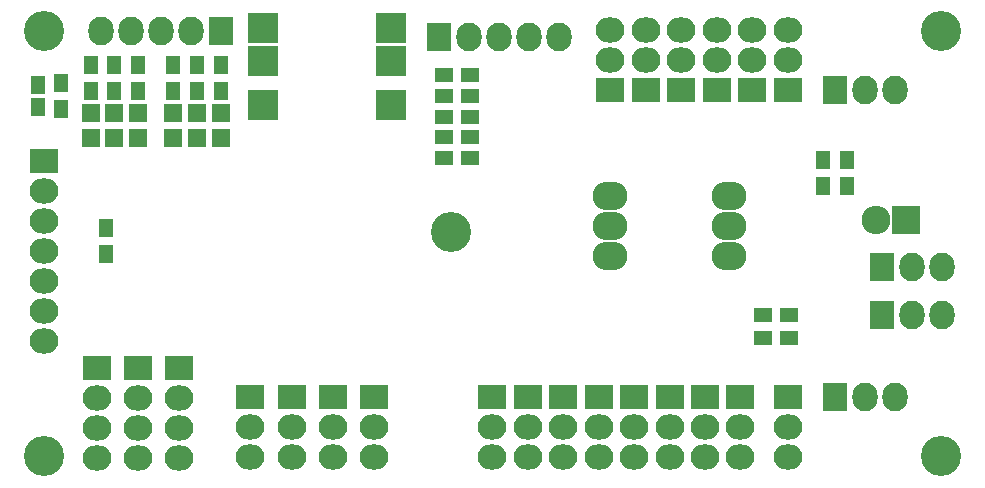
<source format=gbr>
G04 #@! TF.FileFunction,Soldermask,Bot*
%FSLAX46Y46*%
G04 Gerber Fmt 4.6, Leading zero omitted, Abs format (unit mm)*
G04 Created by KiCad (PCBNEW 4.0.0-rc1-stable) date 19/11/2015 21:53:00*
%MOMM*%
G01*
G04 APERTURE LIST*
%ADD10C,0.100000*%
%ADD11R,1.150000X1.600000*%
%ADD12R,2.127200X2.432000*%
%ADD13O,2.127200X2.432000*%
%ADD14R,1.598880X1.598880*%
%ADD15C,3.400000*%
%ADD16R,2.432000X2.127200*%
%ADD17O,2.432000X2.127200*%
%ADD18R,1.600000X1.300000*%
%ADD19R,1.300000X1.600000*%
%ADD20R,2.500000X2.500000*%
%ADD21O,2.940000X2.432000*%
%ADD22R,2.432000X2.432000*%
%ADD23O,2.432000X2.432000*%
G04 APERTURE END LIST*
D10*
D11*
X126500000Y-63450000D03*
X126500000Y-61550000D03*
D12*
X198000000Y-77000000D03*
D13*
X200540000Y-77000000D03*
X203080000Y-77000000D03*
D14*
X131000000Y-63950980D03*
X131000000Y-66049020D03*
X133000000Y-63950980D03*
X133000000Y-66049020D03*
X135000000Y-63950980D03*
X135000000Y-66049020D03*
X138000000Y-63950980D03*
X138000000Y-66049020D03*
X140000000Y-63950980D03*
X140000000Y-66049020D03*
X142000000Y-63950980D03*
X142000000Y-66049020D03*
D12*
X160500000Y-57500000D03*
D13*
X163040000Y-57500000D03*
X165580000Y-57500000D03*
X168120000Y-57500000D03*
X170660000Y-57500000D03*
D15*
X161500000Y-74000000D03*
D16*
X144500000Y-88000000D03*
D17*
X144500000Y-90540000D03*
X144500000Y-93080000D03*
D16*
X148000000Y-88000000D03*
D17*
X148000000Y-90540000D03*
X148000000Y-93080000D03*
D16*
X151500000Y-88000000D03*
D17*
X151500000Y-90540000D03*
X151500000Y-93080000D03*
D16*
X155000000Y-88000000D03*
D17*
X155000000Y-90540000D03*
X155000000Y-93080000D03*
D15*
X127000000Y-57000000D03*
X203000000Y-57000000D03*
X203000000Y-93000000D03*
X127000000Y-93000000D03*
D12*
X198000000Y-81000000D03*
D13*
X200540000Y-81000000D03*
X203080000Y-81000000D03*
D18*
X163100000Y-62500000D03*
X160900000Y-62500000D03*
D19*
X193000000Y-67900000D03*
X193000000Y-70100000D03*
X131000000Y-59900000D03*
X131000000Y-62100000D03*
X133000000Y-59900000D03*
X133000000Y-62100000D03*
D18*
X190100000Y-81000000D03*
X187900000Y-81000000D03*
X187900000Y-83000000D03*
X190100000Y-83000000D03*
D19*
X132250000Y-73650000D03*
X132250000Y-75850000D03*
X128500000Y-61400000D03*
X128500000Y-63600000D03*
X195000000Y-70100000D03*
X195000000Y-67900000D03*
X135000000Y-59900000D03*
X135000000Y-62100000D03*
X138000000Y-59900000D03*
X138000000Y-62100000D03*
X140000000Y-59900000D03*
X140000000Y-62100000D03*
X142000000Y-59900000D03*
X142000000Y-62100000D03*
D16*
X187000000Y-62000000D03*
D17*
X187000000Y-59460000D03*
X187000000Y-56920000D03*
D16*
X184000000Y-62000000D03*
D17*
X184000000Y-59460000D03*
X184000000Y-56920000D03*
D16*
X181000000Y-62000000D03*
D17*
X181000000Y-59460000D03*
X181000000Y-56920000D03*
D16*
X178000000Y-62000000D03*
D17*
X178000000Y-59460000D03*
X178000000Y-56920000D03*
D16*
X175000000Y-62000000D03*
D17*
X175000000Y-59460000D03*
X175000000Y-56920000D03*
D16*
X190000000Y-62000000D03*
D17*
X190000000Y-59460000D03*
X190000000Y-56920000D03*
D16*
X177000000Y-88000000D03*
D17*
X177000000Y-90540000D03*
X177000000Y-93080000D03*
D16*
X180000000Y-88000000D03*
D17*
X180000000Y-90540000D03*
X180000000Y-93080000D03*
D16*
X183000000Y-88000000D03*
D17*
X183000000Y-90540000D03*
X183000000Y-93080000D03*
D16*
X186000000Y-88000000D03*
D17*
X186000000Y-90540000D03*
X186000000Y-93080000D03*
D16*
X165000000Y-88000000D03*
D17*
X165000000Y-90540000D03*
X165000000Y-93080000D03*
D16*
X168000000Y-88000000D03*
D17*
X168000000Y-90540000D03*
X168000000Y-93080000D03*
D16*
X171000000Y-88000000D03*
D17*
X171000000Y-90540000D03*
X171000000Y-93080000D03*
D16*
X174000000Y-88000000D03*
D17*
X174000000Y-90540000D03*
X174000000Y-93080000D03*
D16*
X190000000Y-88000000D03*
D17*
X190000000Y-90540000D03*
X190000000Y-93080000D03*
D12*
X194000000Y-62000000D03*
D13*
X196540000Y-62000000D03*
X199080000Y-62000000D03*
D12*
X194000000Y-88000000D03*
D13*
X196540000Y-88000000D03*
X199080000Y-88000000D03*
D16*
X127000000Y-68000000D03*
D17*
X127000000Y-70540000D03*
X127000000Y-73080000D03*
X127000000Y-75620000D03*
X127000000Y-78160000D03*
X127000000Y-80700000D03*
X127000000Y-83240000D03*
D12*
X142000000Y-57000000D03*
D13*
X139460000Y-57000000D03*
X136920000Y-57000000D03*
X134380000Y-57000000D03*
X131840000Y-57000000D03*
D18*
X163100000Y-67750000D03*
X160900000Y-67750000D03*
X163100000Y-66000000D03*
X160900000Y-66000000D03*
X163100000Y-64250000D03*
X160900000Y-64250000D03*
X163100000Y-60750000D03*
X160900000Y-60750000D03*
D20*
X145600000Y-56750000D03*
X156400000Y-56750000D03*
X145600000Y-59550000D03*
X156400000Y-59550000D03*
X156400000Y-63250000D03*
X145600000Y-63250000D03*
D21*
X185000000Y-73500000D03*
X185000000Y-70960000D03*
X185000000Y-76040000D03*
X175000000Y-73500000D03*
X175000000Y-70960000D03*
X175000000Y-76040000D03*
D22*
X200000000Y-73000000D03*
D23*
X197460000Y-73000000D03*
D16*
X138500000Y-85500000D03*
D17*
X138500000Y-88040000D03*
X138500000Y-90580000D03*
X138500000Y-93120000D03*
D16*
X135000000Y-85500000D03*
D17*
X135000000Y-88040000D03*
X135000000Y-90580000D03*
X135000000Y-93120000D03*
D16*
X131500000Y-85500000D03*
D17*
X131500000Y-88040000D03*
X131500000Y-90580000D03*
X131500000Y-93120000D03*
M02*

</source>
